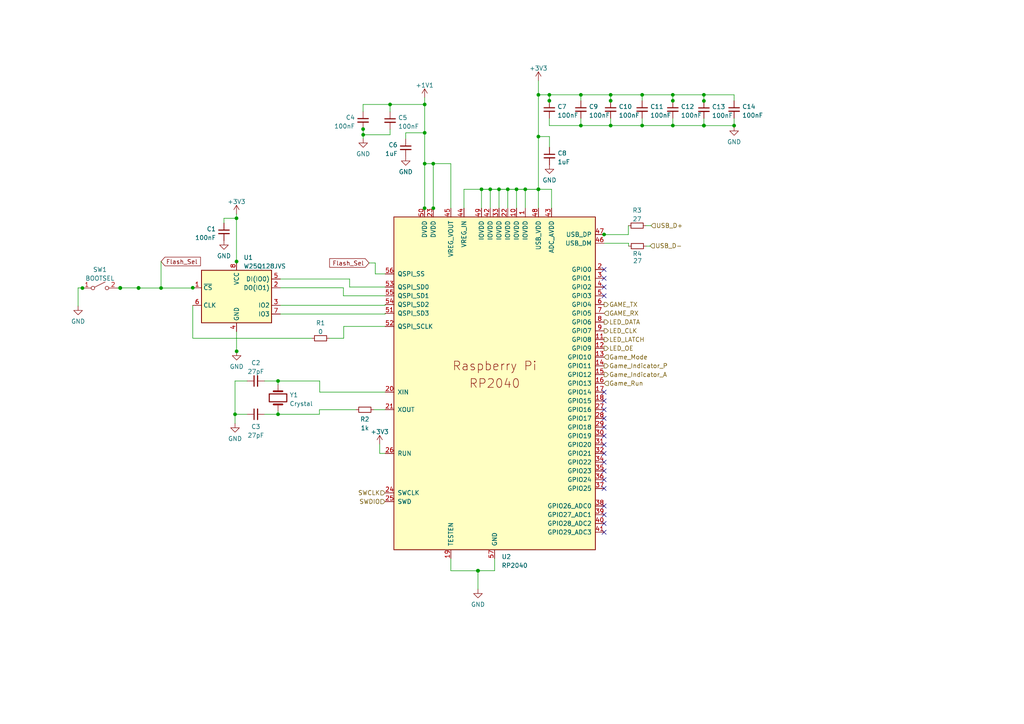
<source format=kicad_sch>
(kicad_sch (version 20211123) (generator eeschema)
  (paper "A4")
  (title_block (title "Robot Roshshambo Badge") (comment 1 "Blame Ada (lacecard) for the hardware :)"))
  (lib_symbols
    (symbol "Device:C_Small" (pin_numbers hide) (pin_names (offset 0.254) hide)
      (property "Reference" "C" (at 0.254 1.778 0))
      (property "Value" "C_Small" (at 0.254 -2.032 0))
      (symbol "C_Small_0_1"
        (polyline (pts (xy -1.524 -0.508) (xy 1.524 -0.508)) (stroke (width 0.3302)))
        (polyline (pts (xy -1.524 0.508) (xy 1.524 0.508)) (stroke (width 0.3048)))
      )
      (symbol "C_Small_1_1"
        (pin passive line (at 0 2.54 270) (length 2.032) (name "~") (number "1"))
        (pin passive line (at 0 -2.54 90) (length 2.032) (name "~") (number "2"))
      )
    )
    (symbol "Device:Crystal" (pin_numbers hide) (pin_names (offset 1.016) hide)
      (property "Reference" "Y" (at 0 3.81 0))
      (property "Value" "Crystal" (at 0 -3.81 0))
      (symbol "Crystal_0_1"
        (rectangle (start -1.143 2.54) (end 1.143 -2.54) (stroke (width 0.3048)))
        (polyline (pts (xy -2.54 0) (xy -1.905 0)))
        (polyline (pts (xy -1.905 -1.27) (xy -1.905 1.27)) (stroke (width 0.508)))
        (polyline (pts (xy 1.905 -1.27) (xy 1.905 1.27)) (stroke (width 0.508)))
        (polyline (pts (xy 2.54 0) (xy 1.905 0)))
      )
      (symbol "Crystal_1_1"
        (pin passive line (at -3.81 0 0) (length 1.27) (name "1") (number "1"))
        (pin passive line (at 3.81 0 180) (length 1.27) (name "2") (number "2"))
      )
    )
    (symbol "Device:R_Small" (pin_numbers hide) (pin_names (offset 0.254) hide)
      (property "Reference" "R" (at 0.762 0.508 0))
      (property "Value" "R_Small" (at 0.762 -1.016 0))
      (symbol "R_Small_0_1"
        (rectangle (start -0.762 1.778) (end 0.762 -1.778) (stroke (width 0.2032)))
      )
      (symbol "R_Small_1_1"
        (pin passive line (at 0 2.54 270) (length 0.762) (name "~") (number "1"))
        (pin passive line (at 0 -2.54 90) (length 0.762) (name "~") (number "2"))
      )
    )
    (symbol "MCU_RaspberryPi_RP2040:RP2040" (pin_names (offset 1.016))
      (property "Reference" "U" (at -29.21 49.53 0))
      (property "Value" "RP2040" (at 24.13 -49.53 0))
      (symbol "RP2040_0_0"
        (text "Raspberry Pi" (at 0 5.08 0) (effects (font (size 2.54 2.54))))
        (text "RP2040" (at 0 0 0) (effects (font (size 2.54 2.54))))
      )
      (symbol "RP2040_0_1"
        (rectangle (start 29.21 48.26) (end -29.21 -48.26) (stroke (width 0.254)) (fill (type background)))
      )
      (symbol "RP2040_1_1"
        (pin power_in line (at 8.89 50.8 270) (length 2.54) (name "IOVDD") (number "1"))
        (pin power_in line (at 6.35 50.8 270) (length 2.54) (name "IOVDD") (number "10"))
        (pin bidirectional line (at 31.75 12.7 180) (length 2.54) (name "GPIO8") (number "11"))
        (pin bidirectional line (at 31.75 10.16 180) (length 2.54) (name "GPIO9") (number "12"))
        (pin bidirectional line (at 31.75 7.62 180) (length 2.54) (name "GPIO10") (number "13"))
        (pin bidirectional line (at 31.75 5.08 180) (length 2.54) (name "GPIO11") (number "14"))
        (pin bidirectional line (at 31.75 2.54 180) (length 2.54) (name "GPIO12") (number "15"))
        (pin bidirectional line (at 31.75 0 180) (length 2.54) (name "GPIO13") (number "16"))
        (pin bidirectional line (at 31.75 -2.54 180) (length 2.54) (name "GPIO14") (number "17"))
        (pin bidirectional line (at 31.75 -5.08 180) (length 2.54) (name "GPIO15") (number "18"))
        (pin passive line (at -12.7 -50.8 90) (length 2.54) (name "TESTEN") (number "19"))
        (pin bidirectional line (at 31.75 33.02 180) (length 2.54) (name "GPIO0") (number "2"))
        (pin input line (at -31.75 -2.54 0) (length 2.54) (name "XIN") (number "20"))
        (pin passive line (at -31.75 -7.62 0) (length 2.54) (name "XOUT") (number "21"))
        (pin power_in line (at 3.81 50.8 270) (length 2.54) (name "IOVDD") (number "22"))
        (pin power_in line (at -17.78 50.8 270) (length 2.54) (name "DVDD") (number "23"))
        (pin output line (at -31.75 -31.75 0) (length 2.54) (name "SWCLK") (number "24"))
        (pin bidirectional line (at -31.75 -34.29 0) (length 2.54) (name "SWD") (number "25"))
        (pin input line (at -31.75 -20.32 0) (length 2.54) (name "RUN") (number "26"))
        (pin bidirectional line (at 31.75 -7.62 180) (length 2.54) (name "GPIO16") (number "27"))
        (pin bidirectional line (at 31.75 -10.16 180) (length 2.54) (name "GPIO17") (number "28"))
        (pin bidirectional line (at 31.75 -12.7 180) (length 2.54) (name "GPIO18") (number "29"))
        (pin bidirectional line (at 31.75 30.48 180) (length 2.54) (name "GPIO1") (number "3"))
        (pin bidirectional line (at 31.75 -15.24 180) (length 2.54) (name "GPIO19") (number "30"))
        (pin bidirectional line (at 31.75 -17.78 180) (length 2.54) (name "GPIO20") (number "31"))
        (pin bidirectional line (at 31.75 -20.32 180) (length 2.54) (name "GPIO21") (number "32"))
        (pin power_in line (at 1.27 50.8 270) (length 2.54) (name "IOVDD") (number "33"))
        (pin bidirectional line (at 31.75 -22.86 180) (length 2.54) (name "GPIO22") (number "34"))
        (pin bidirectional line (at 31.75 -25.4 180) (length 2.54) (name "GPIO23") (number "35"))
        (pin bidirectional line (at 31.75 -27.94 180) (length 2.54) (name "GPIO24") (number "36"))
        (pin bidirectional line (at 31.75 -30.48 180) (length 2.54) (name "GPIO25") (number "37"))
        (pin bidirectional line (at 31.75 -35.56 180) (length 2.54) (name "GPIO26_ADC0") (number "38"))
        (pin bidirectional line (at 31.75 -38.1 180) (length 2.54) (name "GPIO27_ADC1") (number "39"))
        (pin bidirectional line (at 31.75 27.94 180) (length 2.54) (name "GPIO2") (number "4"))
        (pin bidirectional line (at 31.75 -40.64 180) (length 2.54) (name "GPIO28_ADC2") (number "40"))
        (pin bidirectional line (at 31.75 -43.18 180) (length 2.54) (name "GPIO29_ADC3") (number "41"))
        (pin power_in line (at -1.27 50.8 270) (length 2.54) (name "IOVDD") (number "42"))
        (pin power_in line (at 16.51 50.8 270) (length 2.54) (name "ADC_AVDD") (number "43"))
        (pin power_in line (at -8.89 50.8 270) (length 2.54) (name "VREG_IN") (number "44"))
        (pin power_out line (at -12.7 50.8 270) (length 2.54) (name "VREG_VOUT") (number "45"))
        (pin bidirectional line (at 31.75 40.64 180) (length 2.54) (name "USB_DM") (number "46"))
        (pin bidirectional line (at 31.75 43.18 180) (length 2.54) (name "USB_DP") (number "47"))
        (pin power_in line (at 12.7 50.8 270) (length 2.54) (name "USB_VDD") (number "48"))
        (pin power_in line (at -3.81 50.8 270) (length 2.54) (name "IOVDD") (number "49"))
        (pin bidirectional line (at 31.75 25.4 180) (length 2.54) (name "GPIO3") (number "5"))
        (pin power_in line (at -20.32 50.8 270) (length 2.54) (name "DVDD") (number "50"))
        (pin bidirectional line (at -31.75 20.32 0) (length 2.54) (name "QSPI_SD3") (number "51"))
        (pin output line (at -31.75 16.51 0) (length 2.54) (name "QSPI_SCLK") (number "52"))
        (pin bidirectional line (at -31.75 27.94 0) (length 2.54) (name "QSPI_SD0") (number "53"))
        (pin bidirectional line (at -31.75 22.86 0) (length 2.54) (name "QSPI_SD2") (number "54"))
        (pin bidirectional line (at -31.75 25.4 0) (length 2.54) (name "QSPI_SD1") (number "55"))
        (pin bidirectional line (at -31.75 31.75 0) (length 2.54) (name "QSPI_SS") (number "56"))
        (pin power_in line (at 0 -50.8 90) (length 2.54) (name "GND") (number "57"))
        (pin bidirectional line (at 31.75 22.86 180) (length 2.54) (name "GPIO4") (number "6"))
        (pin bidirectional line (at 31.75 20.32 180) (length 2.54) (name "GPIO5") (number "7"))
        (pin bidirectional line (at 31.75 17.78 180) (length 2.54) (name "GPIO6") (number "8"))
        (pin bidirectional line (at 31.75 15.24 180) (length 2.54) (name "GPIO7") (number "9"))
      )
    )
    (symbol "Memory_Flash:W25Q128JVS"
      (property "Reference" "U" (at -8.89 8.89 0))
      (property "Value" "W25Q128JVS" (at 7.62 8.89 0))
      (symbol "W25Q128JVS_0_1"
        (rectangle (start -10.16 7.62) (end 10.16 -7.62) (stroke (width 0.254)) (fill (type background)))
      )
      (symbol "W25Q128JVS_1_1"
        (pin input line (at -12.7 2.54 0) (length 2.54) (name "~{CS}") (number "1"))
        (pin bidirectional line (at 12.7 2.54 180) (length 2.54) (name "DO(IO1)") (number "2"))
        (pin bidirectional line (at 12.7 -2.54 180) (length 2.54) (name "IO2") (number "3"))
        (pin power_in line (at 0 -10.16 90) (length 2.54) (name "GND") (number "4"))
        (pin bidirectional line (at 12.7 5.08 180) (length 2.54) (name "DI(IO0)") (number "5"))
        (pin input line (at -12.7 -2.54 0) (length 2.54) (name "CLK") (number "6"))
        (pin bidirectional line (at 12.7 -5.08 180) (length 2.54) (name "IO3") (number "7"))
        (pin power_in line (at 0 10.16 270) (length 2.54) (name "VCC") (number "8"))
      )
    )
    (symbol "Switch:SW_SPST" (pin_names (offset 0) hide)
      (property "Reference" "SW" (at 0 3.175 0))
      (property "Value" "SW_SPST" (at 0 -2.54 0))
      (symbol "SW_SPST_0_0"
        (circle (center -2.032 0) (radius 0.508))
        (polyline (pts (xy -1.524 0.254) (xy 1.524 1.778)))
        (circle (center 2.032 0) (radius 0.508))
      )
      (symbol "SW_SPST_1_1"
        (pin passive line (at -5.08 0 0) (length 2.54) (name "A") (number "1"))
        (pin passive line (at 5.08 0 180) (length 2.54) (name "B") (number "2"))
      )
    )
    (symbol "power:+1V1" (power) (pin_names (offset 0))
      (property "Value" "+1V1" (at 0 3.556 0))
      (symbol "+1V1_0_1"
        (polyline (pts (xy -0.762 1.27) (xy 0 2.54)))
        (polyline (pts (xy 0 0) (xy 0 2.54)))
        (polyline (pts (xy 0 2.54) (xy 0.762 1.27)))
      )
      (symbol "+1V1_1_1"
        (pin power_in line (at 0 0 90) (length 0) hide (name "+1V1") (number "1"))
      )
    )
    (symbol "power:+3.3V" (power) (pin_names (offset 0))
      (property "Value" "+3.3V" (at 0 3.556 0))
      (symbol "+3.3V_0_1"
        (polyline (pts (xy -0.762 1.27) (xy 0 2.54)))
        (polyline (pts (xy 0 0) (xy 0 2.54)))
        (polyline (pts (xy 0 2.54) (xy 0.762 1.27)))
      )
      (symbol "+3.3V_1_1"
        (pin power_in line (at 0 0 90) (length 0) hide (name "+3V3") (number "1"))
      )
    )
    (symbol "power:GND" (power) (pin_names (offset 0))
      (property "Value" "GND" (at 0 -3.81 0))
      (symbol "GND_0_1"
        (polyline (pts (xy 0 0) (xy 0 -1.27) (xy 1.27 -1.27) (xy 0 -2.54) (xy -1.27 -1.27) (xy 0 -1.27)))
      )
      (symbol "GND_1_1"
        (pin power_in line (at 0 0 270) (length 0) hide (name "GND") (number "1"))
      )
    )
  )
  (junction (at 68.6107 75.8457))
  (junction (at 138.6296 165.5227))
  (junction (at 139.6517 54.9024))
  (junction (at 23.9084 83.543))
  (junction (at 34.8674 83.543))
  (junction (at 204.1594 36.4187))
  (junction (at 156.1617 39.6122))
  (junction (at 105.3376 39.0915))
  (junction (at 204.1594 29.2688))
  (junction (at 123.1417 60.3921))
  (junction (at 177.1117 27.5007))
  (junction (at 138.6296 165.5464))
  (junction (at 40.1924 83.5392))
  (junction (at 80.6417 110.503))
  (junction (at 156.1617 54.9024))
  (junction (at 123.1698 30.298))
  (junction (at 186.2526 27.5007))
  (junction (at 55.9107 83.4657))
  (junction (at 125.6626 47.4645))
  (junction (at 68.591 63.3077))
  (junction (at 195.1426 29.2211))
  (junction (at 123.1698 47.4645))
  (junction (at 125.6817 60.3921))
  (junction (at 168.4726 27.5007))
  (junction (at 204.1594 36.4348))
  (junction (at 105.3094 37.4456))
  (junction (at 177.1086 29.2211))
  (junction (at 159.3343 27.5007))
  (junction (at 113.1372 30.298))
  (junction (at 195.1407 27.5007))
  (junction (at 40.1924 83.5043))
  (junction (at 34.8674 83.5037))
  (junction (at 204.1562 27.5007))
  (junction (at 156.1617 27.5007))
  (junction (at 195.1426 36.4187))
  (junction (at 149.8117 54.9025))
  (junction (at 68.6364 101.89))
  (junction (at 123.1698 38.5174))
  (junction (at 175.2117 68.0121))
  (junction (at 156.1617 54.9025))
  (junction (at 34.8674 83.5043))
  (junction (at 177.1086 36.4187))
  (junction (at 68.1695 120.1557))
  (junction (at 142.1917 54.9024))
  (junction (at 212.9226 36.4348))
  (junction (at 46.7097 83.5392))
  (junction (at 147.2717 54.9025))
  (junction (at 80.6417 120.1557))
  (junction (at 168.4726 36.4187))
  (junction (at 159.3286 29.2211))
  (junction (at 186.2526 36.4187))
  (junction (at 144.7317 54.9025))
  (junction (at 152.3517 54.9025))
  (no_connect (at 175.2117 85.7921))
  (no_connect (at 175.2117 126.4321))
  (no_connect (at 175.2117 123.8921))
  (no_connect (at 175.2117 121.3521))
  (no_connect (at 175.2117 118.8121))
  (no_connect (at 175.2117 116.2721))
  (no_connect (at 175.2117 113.7321))
  (no_connect (at 175.2117 134.0521))
  (no_connect (at 175.2117 78.1721))
  (no_connect (at 175.2117 83.2521))
  (no_connect (at 175.2117 80.7121))
  (no_connect (at 175.2117 139.1321))
  (no_connect (at 175.2117 131.5121))
  (no_connect (at 175.2117 154.3721))
  (no_connect (at 175.2117 141.6721))
  (no_connect (at 175.2117 128.9721))
  (no_connect (at 175.2117 136.5921))
  (no_connect (at 175.2117 146.7521))
  (no_connect (at 175.2117 149.2921))
  (no_connect (at 175.2117 151.8321))
  (wire (pts (xy 80.6417 120.1557) (xy 80.6417 119.2029)))
  (wire (pts (xy 80.6417 111.5829) (xy 80.6417 110.503)))
  (wire (pts (xy 147.2717 60.3921) (xy 147.2717 54.9025)))
  (wire (pts (xy 40.1924 83.5043) (xy 40.1924 83.5392)))
  (wire (pts (xy 177.1117 27.5007) (xy 186.2526 27.5007)))
  (wire (pts (xy 90.438 98.1139) (xy 55.9107 98.1139)))
  (wire (pts (xy 68.591 62.0759) (xy 68.591 63.3077)))
  (wire (pts (xy 204.1562 27.5007) (xy 212.9226 27.5007)))
  (wire (pts (xy 81.3107 88.5457) (xy 111.7117 88.5457)))
  (wire (pts (xy 46.7097 75.8457) (xy 46.7097 83.5392)))
  (wire (pts (xy 105.3376 39.0915) (xy 105.3376 37.4456)))
  (wire (pts (xy 144.7317 60.3921) (xy 144.7317 54.9025)))
  (wire (pts (xy 92.6472 120.1557) (xy 80.6417 120.1557)))
  (wire (pts (xy 159.3663 42.73) (xy 159.3663 39.6122)))
  (wire (pts (xy 134.5717 60.3921) (xy 134.5717 54.9025)))
  (wire (pts (xy 123.1698 38.5174) (xy 123.1698 47.4645)))
  (wire (pts (xy 108.8421 76.2684) (xy 108.8421 79.4421)))
  (wire (pts (xy 125.6626 47.4645) (xy 130.7617 47.4645)))
  (wire (pts (xy 195.1426 34.3011) (xy 195.1426 36.4187)))
  (wire (pts (xy 111.7117 88.5457) (xy 111.7117 88.3321)))
  (wire (pts (xy 130.7617 165.5464) (xy 138.6296 165.5464)))
  (wire (pts (xy 142.1917 60.3921) (xy 142.1917 54.9024)))
  (wire (pts (xy 55.9107 83.5392) (xy 55.9107 83.4657)))
  (wire (pts (xy 34.8674 83.5043) (xy 34.8674 83.543)))
  (wire (pts (xy 195.1407 27.5007) (xy 204.1562 27.5007)))
  (wire (pts (xy 64.96 63.3077) (xy 68.591 63.3077)))
  (wire (pts (xy 175.2117 68.0442) (xy 175.2117 68.0121)))
  (wire (pts (xy 159.3286 29.2211) (xy 159.3343 29.2211)))
  (wire (pts (xy 186.2526 27.5007) (xy 195.1407 27.5007)))
  (wire (pts (xy 40.1924 83.5392) (xy 46.7097 83.5392)))
  (wire (pts (xy 81.3107 91.0857) (xy 111.7117 91.0857)))
  (wire (pts (xy 182.2459 68.0442) (xy 175.2117 68.0442)))
  (wire (pts (xy 99.6968 94.6821) (xy 99.6968 98.1139)))
  (wire (pts (xy 195.1426 36.4187) (xy 204.1594 36.4187)))
  (wire (pts (xy 105.3094 32.3656) (xy 105.3094 30.298)))
  (wire (pts (xy 204.1562 29.2688) (xy 204.1562 27.5007)))
  (wire (pts (xy 113.1372 32.4238) (xy 113.1372 30.298)))
  (wire (pts (xy 110.1287 131.5121) (xy 111.7117 131.5121)))
  (wire (pts (xy 46.7097 83.5392) (xy 55.9107 83.5392)))
  (wire (pts (xy 139.6517 60.3921) (xy 139.6517 54.9024)))
  (wire (pts (xy 177.1086 34.3011) (xy 177.1086 36.4187)))
  (wire (pts (xy 204.1594 29.2688) (xy 204.1562 29.2688)))
  (wire (pts (xy 159.9717 54.9025) (xy 156.1617 54.9025)))
  (wire (pts (xy 177.1086 36.4187) (xy 186.2526 36.4187)))
  (wire (pts (xy 101.4027 83.2521) (xy 111.7117 83.2521)))
  (wire (pts (xy 177.1117 29.2211) (xy 177.1117 27.5007)))
  (wire (pts (xy 113.1372 30.298) (xy 123.1698 30.298)))
  (wire (pts (xy 159.3286 36.4187) (xy 168.4726 36.4187)))
  (wire (pts (xy 71.658 120.1557) (xy 68.1695 120.1557)))
  (wire (pts (xy 175.2117 70.5521) (xy 182.3178 70.5521)))
  (wire (pts (xy 195.1407 29.2211) (xy 195.1407 27.5007)))
  (wire (pts (xy 195.1426 29.2211) (xy 195.1407 29.2211)))
  (wire (pts (xy 68.6107 101.89) (xy 68.6364 101.89)))
  (wire (pts (xy 81.3107 83.4657) (xy 99.602 83.4657)))
  (wire (pts (xy 34.8674 83.5037) (xy 34.8674 83.5043)))
  (wire (pts (xy 177.1086 29.2211) (xy 177.1117 29.2211)))
  (wire (pts (xy 147.2717 54.9025) (xy 149.8117 54.9025)))
  (wire (pts (xy 105.3376 40.1983) (xy 105.3376 39.0915)))
  (wire (pts (xy 186.2526 34.3011) (xy 186.2526 36.4187)))
  (wire (pts (xy 130.7617 161.9921) (xy 130.7617 165.5464)))
  (wire (pts (xy 22.648 83.5037) (xy 22.648 88.7731)))
  (wire (pts (xy 187.3978 71.384) (xy 188.5642 71.384)))
  (wire (pts (xy 108.8421 79.4421) (xy 111.7117 79.4421)))
  (wire (pts (xy 134.5717 54.9025) (xy 144.7317 54.9025)))
  (wire (pts (xy 143.4617 165.5227) (xy 143.4617 161.9921)))
  (wire (pts (xy 123.1698 30.298) (xy 123.1698 38.5174)))
  (wire (pts (xy 117.6768 40.3229) (xy 117.6768 38.5174)))
  (wire (pts (xy 108.362 118.8424) (xy 111.7117 118.8424)))
  (wire (pts (xy 142.1917 54.9024) (xy 156.1617 54.9024)))
  (wire (pts (xy 212.9226 34.3011) (xy 212.9226 36.4348)))
  (wire (pts (xy 105.3376 39.0915) (xy 113.1372 39.0915)))
  (wire (pts (xy 156.1617 54.9024) (xy 156.1617 39.6122)))
  (wire (pts (xy 99.602 83.4657) (xy 99.602 85.7921)))
  (wire (pts (xy 34.8674 83.5043) (xy 40.1924 83.5043)))
  (wire (pts (xy 123.1698 47.4645) (xy 123.1698 60.3921)))
  (wire (pts (xy 76.738 110.503) (xy 80.6417 110.503)))
  (wire (pts (xy 144.7317 54.9025) (xy 147.2717 54.9025)))
  (wire (pts (xy 111.7117 113.7321) (xy 92.7334 113.7321)))
  (wire (pts (xy 138.6296 165.5464) (xy 138.6296 165.5227)))
  (wire (pts (xy 138.6296 165.5227) (xy 143.4617 165.5227)))
  (wire (pts (xy 182.2459 65.4401) (xy 182.2459 68.0442)))
  (wire (pts (xy 105.3094 30.298) (xy 113.1372 30.298)))
  (wire (pts (xy 159.9717 60.3921) (xy 159.9717 54.9025)))
  (wire (pts (xy 110.1287 128.8278) (xy 110.1287 131.5121)))
  (wire (pts (xy 111.7117 118.8424) (xy 111.7117 118.8121)))
  (wire (pts (xy 186.2526 36.4187) (xy 195.1426 36.4187)))
  (wire (pts (xy 159.3663 39.6122) (xy 156.1617 39.6122)))
  (wire (pts (xy 34.0684 83.543) (xy 34.8674 83.543)))
  (wire (pts (xy 187.3259 65.4401) (xy 188.8218 65.4401)))
  (wire (pts (xy 156.1617 54.9025) (xy 156.1617 54.9024)))
  (wire (pts (xy 159.3343 29.2211) (xy 159.3343 27.5007)))
  (wire (pts (xy 99.602 85.7921) (xy 111.7117 85.7921)))
  (wire (pts (xy 152.3517 54.9025) (xy 156.1617 54.9025)))
  (wire (pts (xy 186.2526 29.2211) (xy 186.2526 27.5007)))
  (wire (pts (xy 212.9226 36.4348) (xy 212.9226 36.7087)))
  (wire (pts (xy 68.1695 110.503) (xy 68.1695 120.1557)))
  (wire (pts (xy 80.6417 110.503) (xy 92.7334 110.503)))
  (wire (pts (xy 95.518 98.1139) (xy 99.6968 98.1139)))
  (wire (pts (xy 156.1617 27.5007) (xy 159.3343 27.5007)))
  (wire (pts (xy 92.6472 118.8424) (xy 103.282 118.8424)))
  (wire (pts (xy 92.7334 113.7321) (xy 92.7334 110.503)))
  (wire (pts (xy 68.1695 120.1557) (xy 68.1695 122.8065)))
  (wire (pts (xy 68.1695 110.503) (xy 71.658 110.503)))
  (wire (pts (xy 68.6107 96.1657) (xy 68.6107 101.89)))
  (wire (pts (xy 168.4726 34.3011) (xy 168.4726 36.4187)))
  (wire (pts (xy 204.1594 36.4187) (xy 204.1594 36.4348)))
  (wire (pts (xy 111.7117 94.6821) (xy 99.6968 94.6821)))
  (wire (pts (xy 125.6817 60.3921) (xy 125.6626 60.3921)))
  (wire (pts (xy 55.9107 88.5457) (xy 55.9107 98.1139)))
  (wire (pts (xy 123.1698 60.3921) (xy 123.1417 60.3921)))
  (wire (pts (xy 111.7117 91.0857) (xy 111.7117 90.8721)))
  (wire (pts (xy 68.591 63.3077) (xy 68.591 75.8457)))
  (wire (pts (xy 125.6626 60.3921) (xy 125.6626 47.4645)))
  (wire (pts (xy 92.6472 118.8424) (xy 92.6472 120.1557)))
  (wire (pts (xy 23.9084 83.5037) (xy 23.9084 83.543)))
  (wire (pts (xy 156.1617 27.5007) (xy 156.1617 23.3791)))
  (wire (pts (xy 149.8117 54.9025) (xy 152.3517 54.9025)))
  (wire (pts (xy 138.6296 170.8788) (xy 138.6296 165.5464)))
  (wire (pts (xy 159.3286 34.3011) (xy 159.3286 36.4187)))
  (wire (pts (xy 123.1698 28.3087) (xy 123.1698 30.298)))
  (wire (pts (xy 204.1594 34.3488) (xy 204.1594 36.4187)))
  (wire (pts (xy 156.1617 39.6122) (xy 156.1617 27.5007)))
  (wire (pts (xy 101.4027 80.9257) (xy 101.4027 83.2521)))
  (wire (pts (xy 182.3178 70.5521) (xy 182.3178 71.384)))
  (wire (pts (xy 117.6768 38.5174) (xy 123.1698 38.5174)))
  (wire (pts (xy 76.738 120.1557) (xy 80.6417 120.1557)))
  (wire (pts (xy 204.1594 36.4348) (xy 212.9226 36.4348)))
  (wire (pts (xy 188.5642 71.384) (xy 188.5642 71.3026)))
  (wire (pts (xy 149.8117 60.3921) (xy 149.8117 54.9025)))
  (wire (pts (xy 156.1617 60.3921) (xy 156.1617 54.9025)))
  (wire (pts (xy 168.4726 29.2211) (xy 168.4726 27.5007)))
  (wire (pts (xy 105.3376 37.4456) (xy 105.3094 37.4456)))
  (wire (pts (xy 152.3517 60.3921) (xy 152.3517 54.9025)))
  (wire (pts (xy 123.1698 47.4645) (xy 125.6626 47.4645)))
  (wire (pts (xy 130.7617 47.4645) (xy 130.7617 60.3921)))
  (wire (pts (xy 168.4726 36.4187) (xy 177.1086 36.4187)))
  (wire (pts (xy 64.96 64.7065) (xy 64.96 63.3077)))
  (wire (pts (xy 212.9226 29.2211) (xy 212.9226 27.5007)))
  (wire (pts (xy 113.1372 39.0915) (xy 113.1372 37.5038)))
  (wire (pts (xy 22.648 83.5037) (xy 23.9084 83.5037)))
  (wire (pts (xy 81.3107 80.9257) (xy 101.4027 80.9257)))
  (wire (pts (xy 139.6517 54.9024) (xy 142.1917 54.9024)))
  (wire (pts (xy 68.591 75.8457) (xy 68.6107 75.8457)))
  (wire (pts (xy 107.0395 76.2684) (xy 108.8421 76.2684)))
  (wire (pts (xy 159.3343 27.5007) (xy 168.4726 27.5007)))
  (wire (pts (xy 168.4726 27.5007) (xy 177.1117 27.5007)))
  (global_label "Flash_Sel" (shape input) (at 107.0395 76.2684 180) (property "Intersheet References" "${INTERSHEET_REFS}" (effects hide)))
  (global_label "Flash_Sel" (shape input) (at 46.7097 75.8457 0) (property "Intersheet References" "${INTERSHEET_REFS}" (effects hide)))
  (hierarchical_label "USB_D+" (shape input) (at 188.8218 65.4401 0))
  (hierarchical_label "LED_DATA" (shape output) (at 175.2117 93.4121 0))
  (hierarchical_label "GAME_RX" (shape input) (at 175.2117 90.8721 0))
  (hierarchical_label "USB_D-" (shape input) (at 188.5642 71.3026 0))
  (hierarchical_label "LED_CLK" (shape output) (at 175.2117 95.9521 0))
  (hierarchical_label "Game_Indicator_P" (shape output) (at 175.2117 106.1121 0))
  (hierarchical_label "GAME_TX" (shape output) (at 175.2117 88.3321 0))
  (hierarchical_label "Game_Mode" (shape input) (at 175.2117 103.5721 0))
  (hierarchical_label "Game_Run" (shape input) (at 175.2117 111.1921 0))
  (hierarchical_label "Game_Indicator_A" (shape output) (at 175.2117 108.6521 0))
  (hierarchical_label "SWDIO" (shape input) (at 111.7117 145.4821 180))
  (hierarchical_label "SWCLK" (shape input) (at 111.7117 142.9421 180))
  (hierarchical_label "LED_LATCH" (shape output) (at 175.2117 98.4921 0))
  (hierarchical_label "LED_OE" (shape output) (at 175.2117 101.0321 0))
  (symbol (lib_id "power:+1V1") (at 123.1698 28.3087 0) (unit 1)
    (property "Reference" "#PWR0109" (effects hide))
    (property "Value" "+1V1" (at 123.1698 24.7329 0))
  )
  (symbol (lib_id "Device:C_Small") (at 159.3286 31.7611 0) (unit 1)
    (property "Reference" "C7" (at 161.6527 30.9327 0) (effects (justify left)))
    (property "Value" "100nF" (at 161.6527 33.4696 0) (effects (justify left)))
    (property "Footprint" "Capacitor_SMD:C_0603_1608Metric" (effects hide))
  )
  (symbol (lib_id "power:+3.3V") (at 110.1287 128.8278 0) (unit 1)
    (property "Reference" "#PWR0112" (effects hide))
    (property "Value" "+3.3V" (at 110.1287 125.252 0))
  )
  (symbol (lib_id "power:GND") (at 22.648 88.7731 0) (unit 1)
    (property "Reference" "#PWR0103" (effects hide))
    (property "Value" "GND" (at 22.648 93.2165 0))
  )
  (symbol (lib_id "Device:C_Small") (at 204.1594 31.8088 0) (unit 1)
    (property "Reference" "C13" (at 206.4835 30.9804 0) (effects (justify left)))
    (property "Value" "100nF" (at 206.4835 33.5173 0) (effects (justify left)))
    (property "Footprint" "Capacitor_SMD:C_0603_1608Metric" (effects hide))
  )
  (symbol (lib_id "power:+3.3V") (at 68.591 62.0759 0) (unit 1)
    (property "Reference" "#PWR0101" (effects hide))
    (property "Value" "+3.3V" (at 68.591 58.5001 0))
  )
  (symbol (lib_id "Device:R_Small") (at 184.7859 65.4401 270) (unit 1)
    (property "Reference" "R3" (at 184.7859 61.0037 90))
    (property "Value" "27" (at 184.7859 63.5406 90))
    (property "Footprint" "Resistor_SMD:R_0603_1608Metric" (effects hide))
  )
  (symbol (lib_id "Device:R_Small") (at 184.8578 71.384 270) (unit 1)
    (property "Reference" "R4" (at 184.8327 73.6038 90))
    (property "Value" "27" (at 184.915 75.6596 90))
    (property "Footprint" "Resistor_SMD:R_0603_1608Metric" (effects hide))
  )
  (symbol (lib_id "power:GND") (at 68.1695 122.8065 0) (unit 1)
    (property "Reference" "#PWR0105" (effects hide))
    (property "Value" "GND" (at 68.1695 127.2499 0))
  )
  (symbol (lib_id "power:GND") (at 117.6768 45.4029 0) (unit 1)
    (property "Reference" "#PWR0110" (effects hide))
    (property "Value" "GND" (at 117.6768 49.8463 0))
  )
  (symbol (lib_id "Switch:SW_SPST") (at 28.9884 83.543 0) (unit 1)
    (property "Reference" "SW1" (at 28.9884 78.1922 0))
    (property "Value" "BOOTSEL" (at 28.9884 80.7291 0))
    (property "Footprint" "Button_Switch_SMD:SW_Push_1P1T_NO_Vertical_Wuerth_434133025816" (effects hide))
  )
  (symbol (lib_id "power:GND") (at 212.9226 36.7087 0) (unit 1)
    (property "Reference" "#PWR0104" (effects hide))
    (property "Value" "GND" (at 212.9226 41.1521 0))
  )
  (symbol (lib_id "power:GND") (at 105.3376 40.1983 0) (unit 1)
    (property "Reference" "#PWR0111" (effects hide))
    (property "Value" "GND" (at 105.3376 44.6417 0))
  )
  (symbol (lib_id "Device:C_Small") (at 177.1086 31.7611 0) (unit 1)
    (property "Reference" "C10" (at 179.4327 30.9327 0) (effects (justify left)))
    (property "Value" "100nF" (at 179.4327 33.4696 0) (effects (justify left)))
    (property "Footprint" "Capacitor_SMD:C_0603_1608Metric" (effects hide))
  )
  (symbol (lib_id "Device:C_Small") (at 212.9226 31.7611 0) (unit 1)
    (property "Reference" "C14" (at 215.2467 30.9327 0) (effects (justify left)))
    (property "Value" "100nF" (at 215.2467 33.4696 0) (effects (justify left)))
    (property "Footprint" "Capacitor_SMD:C_0603_1608Metric" (effects hide))
  )
  (symbol (lib_id "power:GND") (at 64.96 69.7865 0) (unit 1)
    (property "Reference" "#PWR0102" (effects hide))
    (property "Value" "GND" (at 64.96 74.2299 0))
  )
  (symbol (lib_id "Device:C_Small") (at 74.198 110.503 90) (unit 1)
    (property "Reference" "C2" (at 74.2043 105.2411 90))
    (property "Value" "27pF" (at 74.2043 107.778 90))
    (property "Footprint" "Capacitor_SMD:C_0603_1608Metric" (effects hide))
  )
  (symbol (lib_id "Device:Crystal") (at 80.6417 115.3929 270) (unit 1)
    (property "Reference" "Y1" (at 83.9691 114.5582 90) (effects (justify left)))
    (property "Value" "Crystal" (at 83.9691 117.0951 90) (effects (justify left)))
    (property "Footprint" "RP2040_minimal:Crystal_SMD_HC49-US" (effects hide))
  )
  (symbol (lib_id "Device:C_Small") (at 113.1372 34.9638 0) (unit 1)
    (property "Reference" "C5" (at 115.4613 34.1354 0) (effects (justify left)))
    (property "Value" "100nF" (at 115.4613 36.6723 0) (effects (justify left)))
    (property "Footprint" "Capacitor_SMD:C_0603_1608Metric" (effects hide))
  )
  (symbol (lib_id "power:GND") (at 159.3663 47.81 0) (unit 1)
    (property "Reference" "#PWR0107" (effects hide))
    (property "Value" "GND" (at 159.3663 52.2534 0))
  )
  (symbol (lib_id "Device:C_Small") (at 117.6768 42.8629 0) (unit 1)
    (property "Reference" "C6" (at 115.3528 42.0345 0) (effects (justify right)))
    (property "Value" "1uF" (at 115.3528 44.5714 0) (effects (justify right)))
    (property "Footprint" "Capacitor_SMD:C_0603_1608Metric" (effects hide))
  )
  (symbol (lib_id "Device:C_Small") (at 195.1426 31.7611 0) (unit 1)
    (property "Reference" "C12" (at 197.4667 30.9327 0) (effects (justify left)))
    (property "Value" "100nF" (at 197.4667 33.4696 0) (effects (justify left)))
    (property "Footprint" "Capacitor_SMD:C_0603_1608Metric" (effects hide))
  )
  (symbol (lib_id "MCU_RaspberryPi_RP2040:RP2040") (at 143.4617 111.1921 0) (unit 1)
    (property "Reference" "U2" (at 145.4811 161.4825 0) (effects (justify left)))
    (property "Value" "RP2040" (at 145.4811 164.0194 0) (effects (justify left)))
    (property "Footprint" "RP2040_minimal:RP2040-QFN-56" (effects hide))
  )
  (symbol (lib_id "Memory_Flash:W25Q128JVS") (at 68.6107 86.0057 0) (unit 1)
    (property "Reference" "U1" (at 70.6301 74.6859 0) (effects (justify left)))
    (property "Value" "W25Q128JVS" (at 70.6301 77.2228 0) (effects (justify left)))
    (property "Footprint" "Package_SO:SOIC-8_5.23x5.23mm_P1.27mm" (effects hide))
    (property "Datasheet" "http://www.winbond.com/resource-files/w25q128jv_dtr%20revc%2003272018%20plus.pdf" (effects hide))
  )
  (symbol (lib_id "Device:C_Small") (at 168.4726 31.7611 0) (unit 1)
    (property "Reference" "C9" (at 170.7967 30.9327 0) (effects (justify left)))
    (property "Value" "100nF" (at 170.7967 33.4696 0) (effects (justify left)))
    (property "Footprint" "Capacitor_SMD:C_0603_1608Metric" (effects hide))
  )
  (symbol (lib_id "Device:C_Small") (at 186.2526 31.7611 0) (unit 1)
    (property "Reference" "C11" (at 188.5767 30.9327 0) (effects (justify left)))
    (property "Value" "100nF" (at 188.5767 33.4696 0) (effects (justify left)))
    (property "Footprint" "Capacitor_SMD:C_0603_1608Metric" (effects hide))
  )
  (symbol (lib_id "power:+3.3V") (at 156.1617 23.3791 0) (unit 1)
    (property "Reference" "#PWR0108" (effects hide))
    (property "Value" "+3.3V" (at 156.1617 19.8033 0))
  )
  (symbol (lib_id "Device:C_Small") (at 74.198 120.1557 90) (unit 1)
    (property "Reference" "C3" (at 74.2043 123.7482 90))
    (property "Value" "27pF" (at 74.2043 126.2851 90))
    (property "Footprint" "Capacitor_SMD:C_0603_1608Metric" (effects hide))
  )
  (symbol (lib_id "power:GND") (at 138.6296 170.8788 0) (unit 1)
    (property "Reference" "#PWR0113" (effects hide))
    (property "Value" "GND" (at 138.6296 175.3222 0))
  )
  (symbol (lib_id "power:GND") (at 68.6364 101.89 0) (unit 1)
    (property "Reference" "#PWR0106" (effects hide))
    (property "Value" "GND" (at 68.6364 106.3334 0))
  )
  (symbol (lib_id "Device:C_Small") (at 105.3094 34.9056 0) (unit 1)
    (property "Reference" "C4" (at 102.9853 34.0772 0) (effects (justify right)))
    (property "Value" "100nF" (at 102.9853 36.6141 0) (effects (justify right)))
    (property "Footprint" "Capacitor_SMD:C_0603_1608Metric" (effects hide))
  )
  (symbol (lib_id "Device:C_Small") (at 159.3663 45.27 0) (unit 1)
    (property "Reference" "C8" (at 161.6904 44.4416 0) (effects (justify left)))
    (property "Value" "1uF" (at 161.6904 46.9785 0) (effects (justify left)))
    (property "Footprint" "Capacitor_SMD:C_0603_1608Metric" (effects hide))
  )
  (symbol (lib_id "Device:R_Small") (at 105.822 118.8424 90) (unit 1)
    (property "Reference" "R2" (at 105.822 121.6094 90))
    (property "Value" "1k" (at 105.822 124.1463 90))
    (property "Footprint" "Resistor_SMD:R_0603_1608Metric" (effects hide))
  )
  (symbol (lib_id "Device:R_Small") (at 92.978 98.1139 90) (unit 1)
    (property "Reference" "R1" (at 92.978 93.6775 90))
    (property "Value" "0" (at 92.978 96.2144 90))
    (property "Footprint" "Resistor_SMD:R_0603_1608Metric" (effects hide))
  )
  (symbol (lib_id "Device:C_Small") (at 64.96 67.2465 0) (unit 1)
    (property "Reference" "C1" (at 62.6359 66.4181 0) (effects (justify right)))
    (property "Value" "100nF" (at 62.6359 68.955 0) (effects (justify right)))
    (property "Footprint" "Capacitor_SMD:C_0603_1608Metric" (effects hide))
  )
)
</source>
